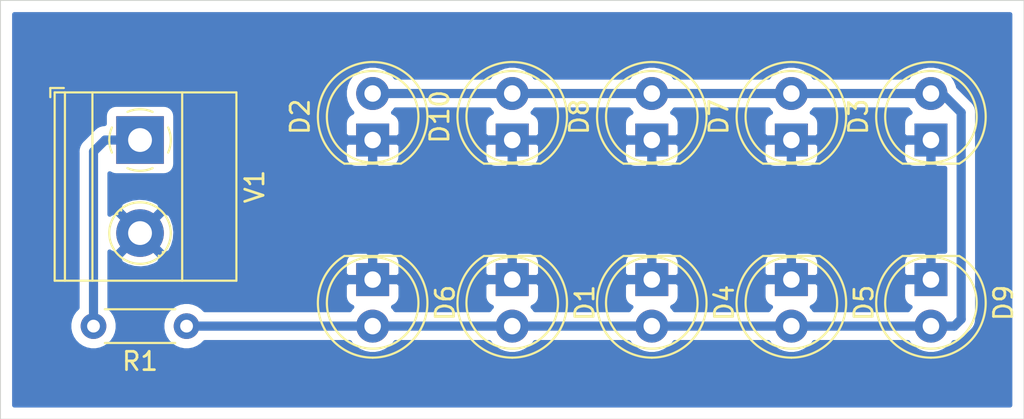
<source format=kicad_pcb>
(kicad_pcb (version 20171130) (host pcbnew 5.1.6-c6e7f7d~87~ubuntu20.04.1)

  (general
    (thickness 1.6)
    (drawings 9)
    (tracks 17)
    (zones 0)
    (modules 12)
    (nets 4)
  )

  (page A4)
  (layers
    (0 F.Cu signal)
    (31 B.Cu signal)
    (32 B.Adhes user)
    (33 F.Adhes user)
    (34 B.Paste user)
    (35 F.Paste user)
    (36 B.SilkS user)
    (37 F.SilkS user)
    (38 B.Mask user)
    (39 F.Mask user)
    (40 Dwgs.User user)
    (41 Cmts.User user)
    (42 Eco1.User user)
    (43 Eco2.User user)
    (44 Edge.Cuts user)
    (45 Margin user)
    (46 B.CrtYd user)
    (47 F.CrtYd user)
    (48 B.Fab user)
    (49 F.Fab user)
  )

  (setup
    (last_trace_width 0.5)
    (trace_clearance 0.5)
    (zone_clearance 0.508)
    (zone_45_only yes)
    (trace_min 0.2)
    (via_size 0.8)
    (via_drill 0.4)
    (via_min_size 0.4)
    (via_min_drill 0.3)
    (uvia_size 0.3)
    (uvia_drill 0.1)
    (uvias_allowed no)
    (uvia_min_size 0.2)
    (uvia_min_drill 0.1)
    (edge_width 0.05)
    (segment_width 0.2)
    (pcb_text_width 0.3)
    (pcb_text_size 1.5 1.5)
    (mod_edge_width 0.12)
    (mod_text_size 1 1)
    (mod_text_width 0.15)
    (pad_size 1.524 1.524)
    (pad_drill 0.762)
    (pad_to_mask_clearance 0.05)
    (aux_axis_origin 0 0)
    (visible_elements FFFFFF7F)
    (pcbplotparams
      (layerselection 0x010fc_ffffffff)
      (usegerberextensions false)
      (usegerberattributes true)
      (usegerberadvancedattributes true)
      (creategerberjobfile true)
      (excludeedgelayer true)
      (linewidth 0.100000)
      (plotframeref false)
      (viasonmask false)
      (mode 1)
      (useauxorigin false)
      (hpglpennumber 1)
      (hpglpenspeed 20)
      (hpglpendiameter 15.000000)
      (psnegative false)
      (psa4output false)
      (plotreference true)
      (plotvalue true)
      (plotinvisibletext false)
      (padsonsilk false)
      (subtractmaskfromsilk false)
      (outputformat 1)
      (mirror false)
      (drillshape 1)
      (scaleselection 1)
      (outputdirectory ""))
  )

  (net 0 "")
  (net 1 "Net-(D1-Pad1)")
  (net 2 "Net-(D1-Pad2)")
  (net 3 "Net-(R1-Pad2)")

  (net_class Default "This is the default net class."
    (clearance 0.5)
    (trace_width 0.5)
    (via_dia 0.8)
    (via_drill 0.4)
    (uvia_dia 0.3)
    (uvia_drill 0.1)
    (add_net "Net-(D1-Pad1)")
    (add_net "Net-(D1-Pad2)")
    (add_net "Net-(R1-Pad2)")
  )

  (module LED_THT:LED_D5.0mm (layer F.Cu) (tedit 5995936A) (tstamp 5F72618E)
    (at 134.62 66.04 270)
    (descr "LED, diameter 5.0mm, 2 pins, http://cdn-reichelt.de/documents/datenblatt/A500/LL-504BC2E-009.pdf")
    (tags "LED diameter 5.0mm 2 pins")
    (path /5F71DB1B)
    (fp_text reference D1 (at 1.27 -3.96 90) (layer F.SilkS)
      (effects (font (size 1 1) (thickness 0.15)))
    )
    (fp_text value LED_ALT (at 1.27 3.96 90) (layer F.Fab)
      (effects (font (size 1 1) (thickness 0.15)))
    )
    (fp_line (start 4.5 -3.25) (end -1.95 -3.25) (layer F.CrtYd) (width 0.05))
    (fp_line (start 4.5 3.25) (end 4.5 -3.25) (layer F.CrtYd) (width 0.05))
    (fp_line (start -1.95 3.25) (end 4.5 3.25) (layer F.CrtYd) (width 0.05))
    (fp_line (start -1.95 -3.25) (end -1.95 3.25) (layer F.CrtYd) (width 0.05))
    (fp_line (start -1.29 -1.545) (end -1.29 1.545) (layer F.SilkS) (width 0.12))
    (fp_line (start -1.23 -1.469694) (end -1.23 1.469694) (layer F.Fab) (width 0.1))
    (fp_circle (center 1.27 0) (end 3.77 0) (layer F.SilkS) (width 0.12))
    (fp_circle (center 1.27 0) (end 3.77 0) (layer F.Fab) (width 0.1))
    (fp_arc (start 1.27 0) (end -1.23 -1.469694) (angle 299.1) (layer F.Fab) (width 0.1))
    (fp_arc (start 1.27 0) (end -1.29 -1.54483) (angle 148.9) (layer F.SilkS) (width 0.12))
    (fp_arc (start 1.27 0) (end -1.29 1.54483) (angle -148.9) (layer F.SilkS) (width 0.12))
    (fp_text user %R (at 1.25 0 90) (layer F.Fab)
      (effects (font (size 0.8 0.8) (thickness 0.2)))
    )
    (pad 1 thru_hole rect (at 0 0 270) (size 1.8 1.8) (drill 0.9) (layers *.Cu *.Mask)
      (net 1 "Net-(D1-Pad1)"))
    (pad 2 thru_hole circle (at 2.54 0 270) (size 1.8 1.8) (drill 0.9) (layers *.Cu *.Mask)
      (net 2 "Net-(D1-Pad2)"))
    (model ${KISYS3DMOD}/LED_THT.3dshapes/LED_D5.0mm.wrl
      (at (xyz 0 0 0))
      (scale (xyz 1 1 1))
      (rotate (xyz 0 0 0))
    )
  )

  (module LED_THT:LED_D5.0mm (layer F.Cu) (tedit 5995936A) (tstamp 5F726A87)
    (at 127 58.42 90)
    (descr "LED, diameter 5.0mm, 2 pins, http://cdn-reichelt.de/documents/datenblatt/A500/LL-504BC2E-009.pdf")
    (tags "LED diameter 5.0mm 2 pins")
    (path /5F71FC78)
    (fp_text reference D2 (at 1.27 -3.96 90) (layer F.SilkS)
      (effects (font (size 1 1) (thickness 0.15)))
    )
    (fp_text value LED_ALT (at 1.27 3.96 90) (layer F.Fab)
      (effects (font (size 1 1) (thickness 0.15)))
    )
    (fp_text user %R (at 1.25 0 90) (layer F.Fab)
      (effects (font (size 0.8 0.8) (thickness 0.2)))
    )
    (fp_arc (start 1.27 0) (end -1.29 1.54483) (angle -148.9) (layer F.SilkS) (width 0.12))
    (fp_arc (start 1.27 0) (end -1.29 -1.54483) (angle 148.9) (layer F.SilkS) (width 0.12))
    (fp_arc (start 1.27 0) (end -1.23 -1.469694) (angle 299.1) (layer F.Fab) (width 0.1))
    (fp_circle (center 1.27 0) (end 3.77 0) (layer F.Fab) (width 0.1))
    (fp_circle (center 1.27 0) (end 3.77 0) (layer F.SilkS) (width 0.12))
    (fp_line (start -1.23 -1.469694) (end -1.23 1.469694) (layer F.Fab) (width 0.1))
    (fp_line (start -1.29 -1.545) (end -1.29 1.545) (layer F.SilkS) (width 0.12))
    (fp_line (start -1.95 -3.25) (end -1.95 3.25) (layer F.CrtYd) (width 0.05))
    (fp_line (start -1.95 3.25) (end 4.5 3.25) (layer F.CrtYd) (width 0.05))
    (fp_line (start 4.5 3.25) (end 4.5 -3.25) (layer F.CrtYd) (width 0.05))
    (fp_line (start 4.5 -3.25) (end -1.95 -3.25) (layer F.CrtYd) (width 0.05))
    (pad 2 thru_hole circle (at 2.54 0 90) (size 1.8 1.8) (drill 0.9) (layers *.Cu *.Mask)
      (net 2 "Net-(D1-Pad2)"))
    (pad 1 thru_hole rect (at 0 0 90) (size 1.8 1.8) (drill 0.9) (layers *.Cu *.Mask)
      (net 1 "Net-(D1-Pad1)"))
    (model ${KISYS3DMOD}/LED_THT.3dshapes/LED_D5.0mm.wrl
      (at (xyz 0 0 0))
      (scale (xyz 1 1 1))
      (rotate (xyz 0 0 0))
    )
  )

  (module LED_THT:LED_D5.0mm (layer F.Cu) (tedit 5995936A) (tstamp 5F726B21)
    (at 157.48 58.42 90)
    (descr "LED, diameter 5.0mm, 2 pins, http://cdn-reichelt.de/documents/datenblatt/A500/LL-504BC2E-009.pdf")
    (tags "LED diameter 5.0mm 2 pins")
    (path /5F72014C)
    (fp_text reference D3 (at 1.27 -3.96 90) (layer F.SilkS)
      (effects (font (size 1 1) (thickness 0.15)))
    )
    (fp_text value LED_ALT (at 1.27 3.96 90) (layer F.Fab)
      (effects (font (size 1 1) (thickness 0.15)))
    )
    (fp_line (start 4.5 -3.25) (end -1.95 -3.25) (layer F.CrtYd) (width 0.05))
    (fp_line (start 4.5 3.25) (end 4.5 -3.25) (layer F.CrtYd) (width 0.05))
    (fp_line (start -1.95 3.25) (end 4.5 3.25) (layer F.CrtYd) (width 0.05))
    (fp_line (start -1.95 -3.25) (end -1.95 3.25) (layer F.CrtYd) (width 0.05))
    (fp_line (start -1.29 -1.545) (end -1.29 1.545) (layer F.SilkS) (width 0.12))
    (fp_line (start -1.23 -1.469694) (end -1.23 1.469694) (layer F.Fab) (width 0.1))
    (fp_circle (center 1.27 0) (end 3.77 0) (layer F.SilkS) (width 0.12))
    (fp_circle (center 1.27 0) (end 3.77 0) (layer F.Fab) (width 0.1))
    (fp_arc (start 1.27 0) (end -1.23 -1.469694) (angle 299.1) (layer F.Fab) (width 0.1))
    (fp_arc (start 1.27 0) (end -1.29 -1.54483) (angle 148.9) (layer F.SilkS) (width 0.12))
    (fp_arc (start 1.27 0) (end -1.29 1.54483) (angle -148.9) (layer F.SilkS) (width 0.12))
    (fp_text user %R (at 1.25 0 90) (layer F.Fab)
      (effects (font (size 0.8 0.8) (thickness 0.2)))
    )
    (pad 1 thru_hole rect (at 0 0 90) (size 1.8 1.8) (drill 0.9) (layers *.Cu *.Mask)
      (net 1 "Net-(D1-Pad1)"))
    (pad 2 thru_hole circle (at 2.54 0 90) (size 1.8 1.8) (drill 0.9) (layers *.Cu *.Mask)
      (net 2 "Net-(D1-Pad2)"))
    (model ${KISYS3DMOD}/LED_THT.3dshapes/LED_D5.0mm.wrl
      (at (xyz 0 0 0))
      (scale (xyz 1 1 1))
      (rotate (xyz 0 0 0))
    )
  )

  (module LED_THT:LED_D5.0mm (layer F.Cu) (tedit 5995936A) (tstamp 5F7261C4)
    (at 142.24 66.04 270)
    (descr "LED, diameter 5.0mm, 2 pins, http://cdn-reichelt.de/documents/datenblatt/A500/LL-504BC2E-009.pdf")
    (tags "LED diameter 5.0mm 2 pins")
    (path /5F7204CB)
    (fp_text reference D4 (at 1.27 -3.96 90) (layer F.SilkS)
      (effects (font (size 1 1) (thickness 0.15)))
    )
    (fp_text value LED_ALT (at 1.27 3.96 90) (layer F.Fab)
      (effects (font (size 1 1) (thickness 0.15)))
    )
    (fp_text user %R (at 1.25 0 90) (layer F.Fab)
      (effects (font (size 0.8 0.8) (thickness 0.2)))
    )
    (fp_arc (start 1.27 0) (end -1.29 1.54483) (angle -148.9) (layer F.SilkS) (width 0.12))
    (fp_arc (start 1.27 0) (end -1.29 -1.54483) (angle 148.9) (layer F.SilkS) (width 0.12))
    (fp_arc (start 1.27 0) (end -1.23 -1.469694) (angle 299.1) (layer F.Fab) (width 0.1))
    (fp_circle (center 1.27 0) (end 3.77 0) (layer F.Fab) (width 0.1))
    (fp_circle (center 1.27 0) (end 3.77 0) (layer F.SilkS) (width 0.12))
    (fp_line (start -1.23 -1.469694) (end -1.23 1.469694) (layer F.Fab) (width 0.1))
    (fp_line (start -1.29 -1.545) (end -1.29 1.545) (layer F.SilkS) (width 0.12))
    (fp_line (start -1.95 -3.25) (end -1.95 3.25) (layer F.CrtYd) (width 0.05))
    (fp_line (start -1.95 3.25) (end 4.5 3.25) (layer F.CrtYd) (width 0.05))
    (fp_line (start 4.5 3.25) (end 4.5 -3.25) (layer F.CrtYd) (width 0.05))
    (fp_line (start 4.5 -3.25) (end -1.95 -3.25) (layer F.CrtYd) (width 0.05))
    (pad 2 thru_hole circle (at 2.54 0 270) (size 1.8 1.8) (drill 0.9) (layers *.Cu *.Mask)
      (net 2 "Net-(D1-Pad2)"))
    (pad 1 thru_hole rect (at 0 0 270) (size 1.8 1.8) (drill 0.9) (layers *.Cu *.Mask)
      (net 1 "Net-(D1-Pad1)"))
    (model ${KISYS3DMOD}/LED_THT.3dshapes/LED_D5.0mm.wrl
      (at (xyz 0 0 0))
      (scale (xyz 1 1 1))
      (rotate (xyz 0 0 0))
    )
  )

  (module LED_THT:LED_D5.0mm (layer F.Cu) (tedit 5995936A) (tstamp 5F7261D6)
    (at 149.86 66.04 270)
    (descr "LED, diameter 5.0mm, 2 pins, http://cdn-reichelt.de/documents/datenblatt/A500/LL-504BC2E-009.pdf")
    (tags "LED diameter 5.0mm 2 pins")
    (path /5F7213BE)
    (fp_text reference D5 (at 1.27 -3.96 90) (layer F.SilkS)
      (effects (font (size 1 1) (thickness 0.15)))
    )
    (fp_text value LED_ALT (at 1.27 3.96 90) (layer F.Fab)
      (effects (font (size 1 1) (thickness 0.15)))
    )
    (fp_line (start 4.5 -3.25) (end -1.95 -3.25) (layer F.CrtYd) (width 0.05))
    (fp_line (start 4.5 3.25) (end 4.5 -3.25) (layer F.CrtYd) (width 0.05))
    (fp_line (start -1.95 3.25) (end 4.5 3.25) (layer F.CrtYd) (width 0.05))
    (fp_line (start -1.95 -3.25) (end -1.95 3.25) (layer F.CrtYd) (width 0.05))
    (fp_line (start -1.29 -1.545) (end -1.29 1.545) (layer F.SilkS) (width 0.12))
    (fp_line (start -1.23 -1.469694) (end -1.23 1.469694) (layer F.Fab) (width 0.1))
    (fp_circle (center 1.27 0) (end 3.77 0) (layer F.SilkS) (width 0.12))
    (fp_circle (center 1.27 0) (end 3.77 0) (layer F.Fab) (width 0.1))
    (fp_arc (start 1.27 0) (end -1.23 -1.469694) (angle 299.1) (layer F.Fab) (width 0.1))
    (fp_arc (start 1.27 0) (end -1.29 -1.54483) (angle 148.9) (layer F.SilkS) (width 0.12))
    (fp_arc (start 1.27 0) (end -1.29 1.54483) (angle -148.9) (layer F.SilkS) (width 0.12))
    (fp_text user %R (at 1.25 0 90) (layer F.Fab)
      (effects (font (size 0.8 0.8) (thickness 0.2)))
    )
    (pad 1 thru_hole rect (at 0 0 270) (size 1.8 1.8) (drill 0.9) (layers *.Cu *.Mask)
      (net 1 "Net-(D1-Pad1)"))
    (pad 2 thru_hole circle (at 2.54 0 270) (size 1.8 1.8) (drill 0.9) (layers *.Cu *.Mask)
      (net 2 "Net-(D1-Pad2)"))
    (model ${KISYS3DMOD}/LED_THT.3dshapes/LED_D5.0mm.wrl
      (at (xyz 0 0 0))
      (scale (xyz 1 1 1))
      (rotate (xyz 0 0 0))
    )
  )

  (module LED_THT:LED_D5.0mm (layer F.Cu) (tedit 5995936A) (tstamp 5F7261E8)
    (at 127 66.04 270)
    (descr "LED, diameter 5.0mm, 2 pins, http://cdn-reichelt.de/documents/datenblatt/A500/LL-504BC2E-009.pdf")
    (tags "LED diameter 5.0mm 2 pins")
    (path /5F7245A9)
    (fp_text reference D6 (at 1.27 -3.96 90) (layer F.SilkS)
      (effects (font (size 1 1) (thickness 0.15)))
    )
    (fp_text value LED_ALT (at 1.27 3.96 90) (layer F.Fab)
      (effects (font (size 1 1) (thickness 0.15)))
    )
    (fp_text user %R (at 1.25 0 90) (layer F.Fab)
      (effects (font (size 0.8 0.8) (thickness 0.2)))
    )
    (fp_arc (start 1.27 0) (end -1.29 1.54483) (angle -148.9) (layer F.SilkS) (width 0.12))
    (fp_arc (start 1.27 0) (end -1.29 -1.54483) (angle 148.9) (layer F.SilkS) (width 0.12))
    (fp_arc (start 1.27 0) (end -1.23 -1.469694) (angle 299.1) (layer F.Fab) (width 0.1))
    (fp_circle (center 1.27 0) (end 3.77 0) (layer F.Fab) (width 0.1))
    (fp_circle (center 1.27 0) (end 3.77 0) (layer F.SilkS) (width 0.12))
    (fp_line (start -1.23 -1.469694) (end -1.23 1.469694) (layer F.Fab) (width 0.1))
    (fp_line (start -1.29 -1.545) (end -1.29 1.545) (layer F.SilkS) (width 0.12))
    (fp_line (start -1.95 -3.25) (end -1.95 3.25) (layer F.CrtYd) (width 0.05))
    (fp_line (start -1.95 3.25) (end 4.5 3.25) (layer F.CrtYd) (width 0.05))
    (fp_line (start 4.5 3.25) (end 4.5 -3.25) (layer F.CrtYd) (width 0.05))
    (fp_line (start 4.5 -3.25) (end -1.95 -3.25) (layer F.CrtYd) (width 0.05))
    (pad 2 thru_hole circle (at 2.54 0 270) (size 1.8 1.8) (drill 0.9) (layers *.Cu *.Mask)
      (net 2 "Net-(D1-Pad2)"))
    (pad 1 thru_hole rect (at 0 0 270) (size 1.8 1.8) (drill 0.9) (layers *.Cu *.Mask)
      (net 1 "Net-(D1-Pad1)"))
    (model ${KISYS3DMOD}/LED_THT.3dshapes/LED_D5.0mm.wrl
      (at (xyz 0 0 0))
      (scale (xyz 1 1 1))
      (rotate (xyz 0 0 0))
    )
  )

  (module LED_THT:LED_D5.0mm (layer F.Cu) (tedit 5995936A) (tstamp 5F726ABA)
    (at 149.86 58.42 90)
    (descr "LED, diameter 5.0mm, 2 pins, http://cdn-reichelt.de/documents/datenblatt/A500/LL-504BC2E-009.pdf")
    (tags "LED diameter 5.0mm 2 pins")
    (path /5F7245B1)
    (fp_text reference D7 (at 1.27 -3.96 90) (layer F.SilkS)
      (effects (font (size 1 1) (thickness 0.15)))
    )
    (fp_text value LED_ALT (at 1.27 3.96 90) (layer F.Fab)
      (effects (font (size 1 1) (thickness 0.15)))
    )
    (fp_line (start 4.5 -3.25) (end -1.95 -3.25) (layer F.CrtYd) (width 0.05))
    (fp_line (start 4.5 3.25) (end 4.5 -3.25) (layer F.CrtYd) (width 0.05))
    (fp_line (start -1.95 3.25) (end 4.5 3.25) (layer F.CrtYd) (width 0.05))
    (fp_line (start -1.95 -3.25) (end -1.95 3.25) (layer F.CrtYd) (width 0.05))
    (fp_line (start -1.29 -1.545) (end -1.29 1.545) (layer F.SilkS) (width 0.12))
    (fp_line (start -1.23 -1.469694) (end -1.23 1.469694) (layer F.Fab) (width 0.1))
    (fp_circle (center 1.27 0) (end 3.77 0) (layer F.SilkS) (width 0.12))
    (fp_circle (center 1.27 0) (end 3.77 0) (layer F.Fab) (width 0.1))
    (fp_arc (start 1.27 0) (end -1.23 -1.469694) (angle 299.1) (layer F.Fab) (width 0.1))
    (fp_arc (start 1.27 0) (end -1.29 -1.54483) (angle 148.9) (layer F.SilkS) (width 0.12))
    (fp_arc (start 1.27 0) (end -1.29 1.54483) (angle -148.9) (layer F.SilkS) (width 0.12))
    (fp_text user %R (at 1.25 0 90) (layer F.Fab)
      (effects (font (size 0.8 0.8) (thickness 0.2)))
    )
    (pad 1 thru_hole rect (at 0 0 90) (size 1.8 1.8) (drill 0.9) (layers *.Cu *.Mask)
      (net 1 "Net-(D1-Pad1)"))
    (pad 2 thru_hole circle (at 2.54 0 90) (size 1.8 1.8) (drill 0.9) (layers *.Cu *.Mask)
      (net 2 "Net-(D1-Pad2)"))
    (model ${KISYS3DMOD}/LED_THT.3dshapes/LED_D5.0mm.wrl
      (at (xyz 0 0 0))
      (scale (xyz 1 1 1))
      (rotate (xyz 0 0 0))
    )
  )

  (module LED_THT:LED_D5.0mm (layer F.Cu) (tedit 5995936A) (tstamp 5F726A21)
    (at 142.24 58.42 90)
    (descr "LED, diameter 5.0mm, 2 pins, http://cdn-reichelt.de/documents/datenblatt/A500/LL-504BC2E-009.pdf")
    (tags "LED diameter 5.0mm 2 pins")
    (path /5F7245B9)
    (fp_text reference D8 (at 1.27 -3.96 90) (layer F.SilkS)
      (effects (font (size 1 1) (thickness 0.15)))
    )
    (fp_text value LED_ALT (at 1.27 3.96 90) (layer F.Fab)
      (effects (font (size 1 1) (thickness 0.15)))
    )
    (fp_text user %R (at 1.25 0 90) (layer F.Fab)
      (effects (font (size 0.8 0.8) (thickness 0.2)))
    )
    (fp_arc (start 1.27 0) (end -1.29 1.54483) (angle -148.9) (layer F.SilkS) (width 0.12))
    (fp_arc (start 1.27 0) (end -1.29 -1.54483) (angle 148.9) (layer F.SilkS) (width 0.12))
    (fp_arc (start 1.27 0) (end -1.23 -1.469694) (angle 299.1) (layer F.Fab) (width 0.1))
    (fp_circle (center 1.27 0) (end 3.77 0) (layer F.Fab) (width 0.1))
    (fp_circle (center 1.27 0) (end 3.77 0) (layer F.SilkS) (width 0.12))
    (fp_line (start -1.23 -1.469694) (end -1.23 1.469694) (layer F.Fab) (width 0.1))
    (fp_line (start -1.29 -1.545) (end -1.29 1.545) (layer F.SilkS) (width 0.12))
    (fp_line (start -1.95 -3.25) (end -1.95 3.25) (layer F.CrtYd) (width 0.05))
    (fp_line (start -1.95 3.25) (end 4.5 3.25) (layer F.CrtYd) (width 0.05))
    (fp_line (start 4.5 3.25) (end 4.5 -3.25) (layer F.CrtYd) (width 0.05))
    (fp_line (start 4.5 -3.25) (end -1.95 -3.25) (layer F.CrtYd) (width 0.05))
    (pad 2 thru_hole circle (at 2.54 0 90) (size 1.8 1.8) (drill 0.9) (layers *.Cu *.Mask)
      (net 2 "Net-(D1-Pad2)"))
    (pad 1 thru_hole rect (at 0 0 90) (size 1.8 1.8) (drill 0.9) (layers *.Cu *.Mask)
      (net 1 "Net-(D1-Pad1)"))
    (model ${KISYS3DMOD}/LED_THT.3dshapes/LED_D5.0mm.wrl
      (at (xyz 0 0 0))
      (scale (xyz 1 1 1))
      (rotate (xyz 0 0 0))
    )
  )

  (module LED_THT:LED_D5.0mm (layer F.Cu) (tedit 5995936A) (tstamp 5F72621E)
    (at 157.48 66.04 270)
    (descr "LED, diameter 5.0mm, 2 pins, http://cdn-reichelt.de/documents/datenblatt/A500/LL-504BC2E-009.pdf")
    (tags "LED diameter 5.0mm 2 pins")
    (path /5F7245C1)
    (fp_text reference D9 (at 1.27 -3.96 90) (layer F.SilkS)
      (effects (font (size 1 1) (thickness 0.15)))
    )
    (fp_text value LED_ALT (at 1.27 3.96 90) (layer F.Fab)
      (effects (font (size 1 1) (thickness 0.15)))
    )
    (fp_line (start 4.5 -3.25) (end -1.95 -3.25) (layer F.CrtYd) (width 0.05))
    (fp_line (start 4.5 3.25) (end 4.5 -3.25) (layer F.CrtYd) (width 0.05))
    (fp_line (start -1.95 3.25) (end 4.5 3.25) (layer F.CrtYd) (width 0.05))
    (fp_line (start -1.95 -3.25) (end -1.95 3.25) (layer F.CrtYd) (width 0.05))
    (fp_line (start -1.29 -1.545) (end -1.29 1.545) (layer F.SilkS) (width 0.12))
    (fp_line (start -1.23 -1.469694) (end -1.23 1.469694) (layer F.Fab) (width 0.1))
    (fp_circle (center 1.27 0) (end 3.77 0) (layer F.SilkS) (width 0.12))
    (fp_circle (center 1.27 0) (end 3.77 0) (layer F.Fab) (width 0.1))
    (fp_arc (start 1.27 0) (end -1.23 -1.469694) (angle 299.1) (layer F.Fab) (width 0.1))
    (fp_arc (start 1.27 0) (end -1.29 -1.54483) (angle 148.9) (layer F.SilkS) (width 0.12))
    (fp_arc (start 1.27 0) (end -1.29 1.54483) (angle -148.9) (layer F.SilkS) (width 0.12))
    (fp_text user %R (at 1.25 0 90) (layer F.Fab)
      (effects (font (size 0.8 0.8) (thickness 0.2)))
    )
    (pad 1 thru_hole rect (at 0 0 270) (size 1.8 1.8) (drill 0.9) (layers *.Cu *.Mask)
      (net 1 "Net-(D1-Pad1)"))
    (pad 2 thru_hole circle (at 2.54 0 270) (size 1.8 1.8) (drill 0.9) (layers *.Cu *.Mask)
      (net 2 "Net-(D1-Pad2)"))
    (model ${KISYS3DMOD}/LED_THT.3dshapes/LED_D5.0mm.wrl
      (at (xyz 0 0 0))
      (scale (xyz 1 1 1))
      (rotate (xyz 0 0 0))
    )
  )

  (module LED_THT:LED_D5.0mm (layer F.Cu) (tedit 5995936A) (tstamp 5F726A54)
    (at 134.62 58.42 90)
    (descr "LED, diameter 5.0mm, 2 pins, http://cdn-reichelt.de/documents/datenblatt/A500/LL-504BC2E-009.pdf")
    (tags "LED diameter 5.0mm 2 pins")
    (path /5F7245C9)
    (fp_text reference D10 (at 1.27 -3.96 90) (layer F.SilkS)
      (effects (font (size 1 1) (thickness 0.15)))
    )
    (fp_text value LED_ALT (at 1.27 3.96 90) (layer F.Fab)
      (effects (font (size 1 1) (thickness 0.15)))
    )
    (fp_text user %R (at 1.25 0 90) (layer F.Fab)
      (effects (font (size 0.8 0.8) (thickness 0.2)))
    )
    (fp_arc (start 1.27 0) (end -1.29 1.54483) (angle -148.9) (layer F.SilkS) (width 0.12))
    (fp_arc (start 1.27 0) (end -1.29 -1.54483) (angle 148.9) (layer F.SilkS) (width 0.12))
    (fp_arc (start 1.27 0) (end -1.23 -1.469694) (angle 299.1) (layer F.Fab) (width 0.1))
    (fp_circle (center 1.27 0) (end 3.77 0) (layer F.Fab) (width 0.1))
    (fp_circle (center 1.27 0) (end 3.77 0) (layer F.SilkS) (width 0.12))
    (fp_line (start -1.23 -1.469694) (end -1.23 1.469694) (layer F.Fab) (width 0.1))
    (fp_line (start -1.29 -1.545) (end -1.29 1.545) (layer F.SilkS) (width 0.12))
    (fp_line (start -1.95 -3.25) (end -1.95 3.25) (layer F.CrtYd) (width 0.05))
    (fp_line (start -1.95 3.25) (end 4.5 3.25) (layer F.CrtYd) (width 0.05))
    (fp_line (start 4.5 3.25) (end 4.5 -3.25) (layer F.CrtYd) (width 0.05))
    (fp_line (start 4.5 -3.25) (end -1.95 -3.25) (layer F.CrtYd) (width 0.05))
    (pad 2 thru_hole circle (at 2.54 0 90) (size 1.8 1.8) (drill 0.9) (layers *.Cu *.Mask)
      (net 2 "Net-(D1-Pad2)"))
    (pad 1 thru_hole rect (at 0 0 90) (size 1.8 1.8) (drill 0.9) (layers *.Cu *.Mask)
      (net 1 "Net-(D1-Pad1)"))
    (model ${KISYS3DMOD}/LED_THT.3dshapes/LED_D5.0mm.wrl
      (at (xyz 0 0 0))
      (scale (xyz 1 1 1))
      (rotate (xyz 0 0 0))
    )
  )

  (module Resistor_THT:R_Axial_DIN0204_L3.6mm_D1.6mm_P5.08mm_Horizontal (layer F.Cu) (tedit 5AE5139B) (tstamp 5F728E93)
    (at 116.84 68.58 180)
    (descr "Resistor, Axial_DIN0204 series, Axial, Horizontal, pin pitch=5.08mm, 0.167W, length*diameter=3.6*1.6mm^2, http://cdn-reichelt.de/documents/datenblatt/B400/1_4W%23YAG.pdf")
    (tags "Resistor Axial_DIN0204 series Axial Horizontal pin pitch 5.08mm 0.167W length 3.6mm diameter 1.6mm")
    (path /5F71D51B)
    (fp_text reference R1 (at 2.54 -1.92) (layer F.SilkS)
      (effects (font (size 1 1) (thickness 0.15)))
    )
    (fp_text value 100R/1W (at 2.54 1.92) (layer F.Fab)
      (effects (font (size 1 1) (thickness 0.15)))
    )
    (fp_line (start 6.03 -1.05) (end -0.95 -1.05) (layer F.CrtYd) (width 0.05))
    (fp_line (start 6.03 1.05) (end 6.03 -1.05) (layer F.CrtYd) (width 0.05))
    (fp_line (start -0.95 1.05) (end 6.03 1.05) (layer F.CrtYd) (width 0.05))
    (fp_line (start -0.95 -1.05) (end -0.95 1.05) (layer F.CrtYd) (width 0.05))
    (fp_line (start 0.62 0.92) (end 4.46 0.92) (layer F.SilkS) (width 0.12))
    (fp_line (start 0.62 -0.92) (end 4.46 -0.92) (layer F.SilkS) (width 0.12))
    (fp_line (start 5.08 0) (end 4.34 0) (layer F.Fab) (width 0.1))
    (fp_line (start 0 0) (end 0.74 0) (layer F.Fab) (width 0.1))
    (fp_line (start 4.34 -0.8) (end 0.74 -0.8) (layer F.Fab) (width 0.1))
    (fp_line (start 4.34 0.8) (end 4.34 -0.8) (layer F.Fab) (width 0.1))
    (fp_line (start 0.74 0.8) (end 4.34 0.8) (layer F.Fab) (width 0.1))
    (fp_line (start 0.74 -0.8) (end 0.74 0.8) (layer F.Fab) (width 0.1))
    (fp_text user %R (at 2.54 0) (layer F.Fab)
      (effects (font (size 0.72 0.72) (thickness 0.108)))
    )
    (pad 1 thru_hole circle (at 0 0 180) (size 1.4 1.4) (drill 0.7) (layers *.Cu *.Mask)
      (net 2 "Net-(D1-Pad2)"))
    (pad 2 thru_hole oval (at 5.08 0 180) (size 1.4 1.4) (drill 0.7) (layers *.Cu *.Mask)
      (net 3 "Net-(R1-Pad2)"))
    (model ${KISYS3DMOD}/Resistor_THT.3dshapes/R_Axial_DIN0204_L3.6mm_D1.6mm_P5.08mm_Horizontal.wrl
      (at (xyz 0 0 0))
      (scale (xyz 1 1 1))
      (rotate (xyz 0 0 0))
    )
  )

  (module TerminalBlock_Phoenix:TerminalBlock_Phoenix_MKDS-1,5-2-5.08_1x02_P5.08mm_Horizontal (layer F.Cu) (tedit 5B294EBC) (tstamp 5F72626F)
    (at 114.3 58.42 270)
    (descr "Terminal Block Phoenix MKDS-1,5-2-5.08, 2 pins, pitch 5.08mm, size 10.2x9.8mm^2, drill diamater 1.3mm, pad diameter 2.6mm, see http://www.farnell.com/datasheets/100425.pdf, script-generated using https://github.com/pointhi/kicad-footprint-generator/scripts/TerminalBlock_Phoenix")
    (tags "THT Terminal Block Phoenix MKDS-1,5-2-5.08 pitch 5.08mm size 10.2x9.8mm^2 drill 1.3mm pad 2.6mm")
    (path /5F71D085)
    (fp_text reference V1 (at 2.54 -6.26 90) (layer F.SilkS)
      (effects (font (size 1 1) (thickness 0.15)))
    )
    (fp_text value 12V (at 2.54 5.66 90) (layer F.Fab)
      (effects (font (size 1 1) (thickness 0.15)))
    )
    (fp_line (start 8.13 -5.71) (end -3.04 -5.71) (layer F.CrtYd) (width 0.05))
    (fp_line (start 8.13 5.1) (end 8.13 -5.71) (layer F.CrtYd) (width 0.05))
    (fp_line (start -3.04 5.1) (end 8.13 5.1) (layer F.CrtYd) (width 0.05))
    (fp_line (start -3.04 -5.71) (end -3.04 5.1) (layer F.CrtYd) (width 0.05))
    (fp_line (start -2.84 4.9) (end -2.34 4.9) (layer F.SilkS) (width 0.12))
    (fp_line (start -2.84 4.16) (end -2.84 4.9) (layer F.SilkS) (width 0.12))
    (fp_line (start 3.853 1.023) (end 3.806 1.069) (layer F.SilkS) (width 0.12))
    (fp_line (start 6.15 -1.275) (end 6.115 -1.239) (layer F.SilkS) (width 0.12))
    (fp_line (start 4.046 1.239) (end 4.011 1.274) (layer F.SilkS) (width 0.12))
    (fp_line (start 6.355 -1.069) (end 6.308 -1.023) (layer F.SilkS) (width 0.12))
    (fp_line (start 6.035 -1.138) (end 3.943 0.955) (layer F.Fab) (width 0.1))
    (fp_line (start 6.218 -0.955) (end 4.126 1.138) (layer F.Fab) (width 0.1))
    (fp_line (start 0.955 -1.138) (end -1.138 0.955) (layer F.Fab) (width 0.1))
    (fp_line (start 1.138 -0.955) (end -0.955 1.138) (layer F.Fab) (width 0.1))
    (fp_line (start 7.68 -5.261) (end 7.68 4.66) (layer F.SilkS) (width 0.12))
    (fp_line (start -2.6 -5.261) (end -2.6 4.66) (layer F.SilkS) (width 0.12))
    (fp_line (start -2.6 4.66) (end 7.68 4.66) (layer F.SilkS) (width 0.12))
    (fp_line (start -2.6 -5.261) (end 7.68 -5.261) (layer F.SilkS) (width 0.12))
    (fp_line (start -2.6 -2.301) (end 7.68 -2.301) (layer F.SilkS) (width 0.12))
    (fp_line (start -2.54 -2.3) (end 7.62 -2.3) (layer F.Fab) (width 0.1))
    (fp_line (start -2.6 2.6) (end 7.68 2.6) (layer F.SilkS) (width 0.12))
    (fp_line (start -2.54 2.6) (end 7.62 2.6) (layer F.Fab) (width 0.1))
    (fp_line (start -2.6 4.1) (end 7.68 4.1) (layer F.SilkS) (width 0.12))
    (fp_line (start -2.54 4.1) (end 7.62 4.1) (layer F.Fab) (width 0.1))
    (fp_line (start -2.54 4.1) (end -2.54 -5.2) (layer F.Fab) (width 0.1))
    (fp_line (start -2.04 4.6) (end -2.54 4.1) (layer F.Fab) (width 0.1))
    (fp_line (start 7.62 4.6) (end -2.04 4.6) (layer F.Fab) (width 0.1))
    (fp_line (start 7.62 -5.2) (end 7.62 4.6) (layer F.Fab) (width 0.1))
    (fp_line (start -2.54 -5.2) (end 7.62 -5.2) (layer F.Fab) (width 0.1))
    (fp_circle (center 5.08 0) (end 6.76 0) (layer F.SilkS) (width 0.12))
    (fp_circle (center 5.08 0) (end 6.58 0) (layer F.Fab) (width 0.1))
    (fp_circle (center 0 0) (end 1.5 0) (layer F.Fab) (width 0.1))
    (fp_arc (start 0 0) (end 0 1.68) (angle -24) (layer F.SilkS) (width 0.12))
    (fp_arc (start 0 0) (end 1.535 0.684) (angle -48) (layer F.SilkS) (width 0.12))
    (fp_arc (start 0 0) (end 0.684 -1.535) (angle -48) (layer F.SilkS) (width 0.12))
    (fp_arc (start 0 0) (end -1.535 -0.684) (angle -48) (layer F.SilkS) (width 0.12))
    (fp_arc (start 0 0) (end -0.684 1.535) (angle -25) (layer F.SilkS) (width 0.12))
    (fp_text user %R (at 2.54 3.2 90) (layer F.Fab)
      (effects (font (size 1 1) (thickness 0.15)))
    )
    (pad 1 thru_hole rect (at 0 0 270) (size 2.6 2.6) (drill 1.3) (layers *.Cu *.Mask)
      (net 3 "Net-(R1-Pad2)"))
    (pad 2 thru_hole circle (at 5.08 0 270) (size 2.6 2.6) (drill 1.3) (layers *.Cu *.Mask)
      (net 1 "Net-(D1-Pad1)"))
    (model ${KISYS3DMOD}/TerminalBlock_Phoenix.3dshapes/TerminalBlock_Phoenix_MKDS-1,5-2-5.08_1x02_P5.08mm_Horizontal.wrl
      (at (xyz 0 0 0))
      (scale (xyz 1 1 1))
      (rotate (xyz 0 0 0))
    )
  )

  (gr_line (start 161.925 51.435) (end 107.315 51.435) (layer Margin) (width 0.15) (tstamp 5F728ED3))
  (gr_line (start 161.925 52.07) (end 161.925 51.435) (layer Margin) (width 0.15))
  (gr_line (start 161.925 73.025) (end 161.925 52.07) (layer Margin) (width 0.15))
  (gr_line (start 107.315 73.025) (end 161.925 73.025) (layer Margin) (width 0.15))
  (gr_line (start 107.315 51.435) (end 107.315 73.025) (layer Margin) (width 0.15))
  (gr_line (start 162.56 50.8) (end 106.68 50.8) (layer Edge.Cuts) (width 0.05) (tstamp 5F726525))
  (gr_line (start 162.56 73.66) (end 162.56 50.8) (layer Edge.Cuts) (width 0.05))
  (gr_line (start 106.68 73.66) (end 162.56 73.66) (layer Edge.Cuts) (width 0.05))
  (gr_line (start 106.68 50.8) (end 106.68 73.66) (layer Edge.Cuts) (width 0.05))

  (segment (start 116.84 68.58) (end 127 68.58) (width 0.5) (layer B.Cu) (net 2))
  (segment (start 127 68.58) (end 134.62 68.58) (width 0.5) (layer B.Cu) (net 2))
  (segment (start 134.62 68.58) (end 142.24 68.58) (width 0.5) (layer B.Cu) (net 2))
  (segment (start 142.24 68.58) (end 149.86 68.58) (width 0.5) (layer B.Cu) (net 2))
  (segment (start 149.86 68.58) (end 157.48 68.58) (width 0.5) (layer B.Cu) (net 2))
  (segment (start 158.090002 55.88) (end 157.48 55.88) (width 0.5) (layer B.Cu) (net 2))
  (segment (start 159.130001 56.919999) (end 158.090002 55.88) (width 0.5) (layer B.Cu) (net 2))
  (segment (start 159.130001 68.202791) (end 159.130001 56.919999) (width 0.5) (layer B.Cu) (net 2))
  (segment (start 158.752792 68.58) (end 159.130001 68.202791) (width 0.5) (layer B.Cu) (net 2))
  (segment (start 157.48 68.58) (end 158.752792 68.58) (width 0.5) (layer B.Cu) (net 2))
  (segment (start 157.48 55.88) (end 149.86 55.88) (width 0.5) (layer B.Cu) (net 2))
  (segment (start 149.86 55.88) (end 142.24 55.88) (width 0.5) (layer B.Cu) (net 2))
  (segment (start 142.24 55.88) (end 134.62 55.88) (width 0.5) (layer B.Cu) (net 2))
  (segment (start 134.62 55.88) (end 127 55.88) (width 0.5) (layer B.Cu) (net 2))
  (segment (start 114.3 58.42) (end 112.395 58.42) (width 0.5) (layer B.Cu) (net 3))
  (segment (start 112.395 58.42) (end 111.76 59.055) (width 0.5) (layer B.Cu) (net 3))
  (segment (start 111.76 59.055) (end 111.76 68.58) (width 0.5) (layer B.Cu) (net 3))

  (zone (net 1) (net_name "Net-(D1-Pad1)") (layer B.Cu) (tstamp 0) (hatch edge 0.508)
    (connect_pads (clearance 0.508))
    (min_thickness 0.254)
    (fill yes (arc_segments 32) (thermal_gap 0.508) (thermal_bridge_width 0.508))
    (polygon
      (pts
        (xy 161.925 73.025) (xy 107.315 73.025) (xy 107.315 51.435) (xy 161.925 51.435)
      )
    )
    (filled_polygon
      (pts
        (xy 161.798 72.898) (xy 107.442 72.898) (xy 107.442 68.448514) (xy 110.425 68.448514) (xy 110.425 68.711486)
        (xy 110.476304 68.969405) (xy 110.576939 69.212359) (xy 110.723038 69.431013) (xy 110.908987 69.616962) (xy 111.127641 69.763061)
        (xy 111.370595 69.863696) (xy 111.628514 69.915) (xy 111.891486 69.915) (xy 112.149405 69.863696) (xy 112.392359 69.763061)
        (xy 112.611013 69.616962) (xy 112.796962 69.431013) (xy 112.943061 69.212359) (xy 113.043696 68.969405) (xy 113.095 68.711486)
        (xy 113.095 68.448514) (xy 115.505 68.448514) (xy 115.505 68.711486) (xy 115.556304 68.969405) (xy 115.656939 69.212359)
        (xy 115.803038 69.431013) (xy 115.988987 69.616962) (xy 116.207641 69.763061) (xy 116.450595 69.863696) (xy 116.708514 69.915)
        (xy 116.971486 69.915) (xy 117.229405 69.863696) (xy 117.472359 69.763061) (xy 117.691013 69.616962) (xy 117.842975 69.465)
        (xy 125.74521 69.465) (xy 125.807688 69.558505) (xy 126.021495 69.772312) (xy 126.272905 69.940299) (xy 126.552257 70.056011)
        (xy 126.848816 70.115) (xy 127.151184 70.115) (xy 127.447743 70.056011) (xy 127.727095 69.940299) (xy 127.978505 69.772312)
        (xy 128.192312 69.558505) (xy 128.25479 69.465) (xy 133.36521 69.465) (xy 133.427688 69.558505) (xy 133.641495 69.772312)
        (xy 133.892905 69.940299) (xy 134.172257 70.056011) (xy 134.468816 70.115) (xy 134.771184 70.115) (xy 135.067743 70.056011)
        (xy 135.347095 69.940299) (xy 135.598505 69.772312) (xy 135.812312 69.558505) (xy 135.87479 69.465) (xy 140.98521 69.465)
        (xy 141.047688 69.558505) (xy 141.261495 69.772312) (xy 141.512905 69.940299) (xy 141.792257 70.056011) (xy 142.088816 70.115)
        (xy 142.391184 70.115) (xy 142.687743 70.056011) (xy 142.967095 69.940299) (xy 143.218505 69.772312) (xy 143.432312 69.558505)
        (xy 143.49479 69.465) (xy 148.60521 69.465) (xy 148.667688 69.558505) (xy 148.881495 69.772312) (xy 149.132905 69.940299)
        (xy 149.412257 70.056011) (xy 149.708816 70.115) (xy 150.011184 70.115) (xy 150.307743 70.056011) (xy 150.587095 69.940299)
        (xy 150.838505 69.772312) (xy 151.052312 69.558505) (xy 151.11479 69.465) (xy 156.22521 69.465) (xy 156.287688 69.558505)
        (xy 156.501495 69.772312) (xy 156.752905 69.940299) (xy 157.032257 70.056011) (xy 157.328816 70.115) (xy 157.631184 70.115)
        (xy 157.927743 70.056011) (xy 158.207095 69.940299) (xy 158.458505 69.772312) (xy 158.672312 69.558505) (xy 158.733218 69.467353)
        (xy 158.752792 69.469281) (xy 158.796261 69.465) (xy 158.796269 69.465) (xy 158.926282 69.452195) (xy 159.093105 69.401589)
        (xy 159.246851 69.319411) (xy 159.381609 69.208817) (xy 159.409326 69.175044) (xy 159.725046 68.859324) (xy 159.758818 68.831608)
        (xy 159.869412 68.69685) (xy 159.95159 68.543104) (xy 160.002196 68.376281) (xy 160.015001 68.246268) (xy 160.015001 68.246258)
        (xy 160.019282 68.202792) (xy 160.015001 68.159325) (xy 160.015001 56.963468) (xy 160.019282 56.919999) (xy 160.015001 56.87653)
        (xy 160.015001 56.876522) (xy 160.002196 56.746509) (xy 159.95159 56.579685) (xy 159.869412 56.42594) (xy 159.786533 56.324952)
        (xy 159.786531 56.32495) (xy 159.758818 56.291182) (xy 159.72505 56.263469) (xy 158.971449 55.509869) (xy 158.956011 55.432257)
        (xy 158.840299 55.152905) (xy 158.672312 54.901495) (xy 158.458505 54.687688) (xy 158.207095 54.519701) (xy 157.927743 54.403989)
        (xy 157.631184 54.345) (xy 157.328816 54.345) (xy 157.032257 54.403989) (xy 156.752905 54.519701) (xy 156.501495 54.687688)
        (xy 156.287688 54.901495) (xy 156.22521 54.995) (xy 151.11479 54.995) (xy 151.052312 54.901495) (xy 150.838505 54.687688)
        (xy 150.587095 54.519701) (xy 150.307743 54.403989) (xy 150.011184 54.345) (xy 149.708816 54.345) (xy 149.412257 54.403989)
        (xy 149.132905 54.519701) (xy 148.881495 54.687688) (xy 148.667688 54.901495) (xy 148.60521 54.995) (xy 143.49479 54.995)
        (xy 143.432312 54.901495) (xy 143.218505 54.687688) (xy 142.967095 54.519701) (xy 142.687743 54.403989) (xy 142.391184 54.345)
        (xy 142.088816 54.345) (xy 141.792257 54.403989) (xy 141.512905 54.519701) (xy 141.261495 54.687688) (xy 141.047688 54.901495)
        (xy 140.98521 54.995) (xy 135.87479 54.995) (xy 135.812312 54.901495) (xy 135.598505 54.687688) (xy 135.347095 54.519701)
        (xy 135.067743 54.403989) (xy 134.771184 54.345) (xy 134.468816 54.345) (xy 134.172257 54.403989) (xy 133.892905 54.519701)
        (xy 133.641495 54.687688) (xy 133.427688 54.901495) (xy 133.36521 54.995) (xy 128.25479 54.995) (xy 128.192312 54.901495)
        (xy 127.978505 54.687688) (xy 127.727095 54.519701) (xy 127.447743 54.403989) (xy 127.151184 54.345) (xy 126.848816 54.345)
        (xy 126.552257 54.403989) (xy 126.272905 54.519701) (xy 126.021495 54.687688) (xy 125.807688 54.901495) (xy 125.639701 55.152905)
        (xy 125.523989 55.432257) (xy 125.465 55.728816) (xy 125.465 56.031184) (xy 125.523989 56.327743) (xy 125.639701 56.607095)
        (xy 125.807688 56.858505) (xy 125.874127 56.924944) (xy 125.85582 56.930498) (xy 125.745506 56.989463) (xy 125.648815 57.068815)
        (xy 125.569463 57.165506) (xy 125.510498 57.27582) (xy 125.474188 57.395518) (xy 125.461928 57.52) (xy 125.465 58.13425)
        (xy 125.62375 58.293) (xy 126.873 58.293) (xy 126.873 58.273) (xy 127.127 58.273) (xy 127.127 58.293)
        (xy 128.37625 58.293) (xy 128.535 58.13425) (xy 128.538072 57.52) (xy 128.525812 57.395518) (xy 128.489502 57.27582)
        (xy 128.430537 57.165506) (xy 128.351185 57.068815) (xy 128.254494 56.989463) (xy 128.14418 56.930498) (xy 128.125873 56.924944)
        (xy 128.192312 56.858505) (xy 128.25479 56.765) (xy 133.36521 56.765) (xy 133.427688 56.858505) (xy 133.494127 56.924944)
        (xy 133.47582 56.930498) (xy 133.365506 56.989463) (xy 133.268815 57.068815) (xy 133.189463 57.165506) (xy 133.130498 57.27582)
        (xy 133.094188 57.395518) (xy 133.081928 57.52) (xy 133.085 58.13425) (xy 133.24375 58.293) (xy 134.493 58.293)
        (xy 134.493 58.273) (xy 134.747 58.273) (xy 134.747 58.293) (xy 135.99625 58.293) (xy 136.155 58.13425)
        (xy 136.158072 57.52) (xy 136.145812 57.395518) (xy 136.109502 57.27582) (xy 136.050537 57.165506) (xy 135.971185 57.068815)
        (xy 135.874494 56.989463) (xy 135.76418 56.930498) (xy 135.745873 56.924944) (xy 135.812312 56.858505) (xy 135.87479 56.765)
        (xy 140.98521 56.765) (xy 141.047688 56.858505) (xy 141.114127 56.924944) (xy 141.09582 56.930498) (xy 140.985506 56.989463)
        (xy 140.888815 57.068815) (xy 140.809463 57.165506) (xy 140.750498 57.27582) (xy 140.714188 57.395518) (xy 140.701928 57.52)
        (xy 140.705 58.13425) (xy 140.86375 58.293) (xy 142.113 58.293) (xy 142.113 58.273) (xy 142.367 58.273)
        (xy 142.367 58.293) (xy 143.61625 58.293) (xy 143.775 58.13425) (xy 143.778072 57.52) (xy 143.765812 57.395518)
        (xy 143.729502 57.27582) (xy 143.670537 57.165506) (xy 143.591185 57.068815) (xy 143.494494 56.989463) (xy 143.38418 56.930498)
        (xy 143.365873 56.924944) (xy 143.432312 56.858505) (xy 143.49479 56.765) (xy 148.60521 56.765) (xy 148.667688 56.858505)
        (xy 148.734127 56.924944) (xy 148.71582 56.930498) (xy 148.605506 56.989463) (xy 148.508815 57.068815) (xy 148.429463 57.165506)
        (xy 148.370498 57.27582) (xy 148.334188 57.395518) (xy 148.321928 57.52) (xy 148.325 58.13425) (xy 148.48375 58.293)
        (xy 149.733 58.293) (xy 149.733 58.273) (xy 149.987 58.273) (xy 149.987 58.293) (xy 151.23625 58.293)
        (xy 151.395 58.13425) (xy 151.398072 57.52) (xy 151.385812 57.395518) (xy 151.349502 57.27582) (xy 151.290537 57.165506)
        (xy 151.211185 57.068815) (xy 151.114494 56.989463) (xy 151.00418 56.930498) (xy 150.985873 56.924944) (xy 151.052312 56.858505)
        (xy 151.11479 56.765) (xy 156.22521 56.765) (xy 156.287688 56.858505) (xy 156.354127 56.924944) (xy 156.33582 56.930498)
        (xy 156.225506 56.989463) (xy 156.128815 57.068815) (xy 156.049463 57.165506) (xy 155.990498 57.27582) (xy 155.954188 57.395518)
        (xy 155.941928 57.52) (xy 155.945 58.13425) (xy 156.10375 58.293) (xy 157.353 58.293) (xy 157.353 58.273)
        (xy 157.607 58.273) (xy 157.607 58.293) (xy 157.627 58.293) (xy 157.627 58.547) (xy 157.607 58.547)
        (xy 157.607 59.79625) (xy 157.76575 59.955) (xy 158.245002 59.957397) (xy 158.245001 64.502603) (xy 157.76575 64.505)
        (xy 157.607 64.66375) (xy 157.607 65.913) (xy 157.627 65.913) (xy 157.627 66.167) (xy 157.607 66.167)
        (xy 157.607 66.187) (xy 157.353 66.187) (xy 157.353 66.167) (xy 156.10375 66.167) (xy 155.945 66.32575)
        (xy 155.941928 66.94) (xy 155.954188 67.064482) (xy 155.990498 67.18418) (xy 156.049463 67.294494) (xy 156.128815 67.391185)
        (xy 156.225506 67.470537) (xy 156.33582 67.529502) (xy 156.354127 67.535056) (xy 156.287688 67.601495) (xy 156.22521 67.695)
        (xy 151.11479 67.695) (xy 151.052312 67.601495) (xy 150.985873 67.535056) (xy 151.00418 67.529502) (xy 151.114494 67.470537)
        (xy 151.211185 67.391185) (xy 151.290537 67.294494) (xy 151.349502 67.18418) (xy 151.385812 67.064482) (xy 151.398072 66.94)
        (xy 151.395 66.32575) (xy 151.23625 66.167) (xy 149.987 66.167) (xy 149.987 66.187) (xy 149.733 66.187)
        (xy 149.733 66.167) (xy 148.48375 66.167) (xy 148.325 66.32575) (xy 148.321928 66.94) (xy 148.334188 67.064482)
        (xy 148.370498 67.18418) (xy 148.429463 67.294494) (xy 148.508815 67.391185) (xy 148.605506 67.470537) (xy 148.71582 67.529502)
        (xy 148.734127 67.535056) (xy 148.667688 67.601495) (xy 148.60521 67.695) (xy 143.49479 67.695) (xy 143.432312 67.601495)
        (xy 143.365873 67.535056) (xy 143.38418 67.529502) (xy 143.494494 67.470537) (xy 143.591185 67.391185) (xy 143.670537 67.294494)
        (xy 143.729502 67.18418) (xy 143.765812 67.064482) (xy 143.778072 66.94) (xy 143.775 66.32575) (xy 143.61625 66.167)
        (xy 142.367 66.167) (xy 142.367 66.187) (xy 142.113 66.187) (xy 142.113 66.167) (xy 140.86375 66.167)
        (xy 140.705 66.32575) (xy 140.701928 66.94) (xy 140.714188 67.064482) (xy 140.750498 67.18418) (xy 140.809463 67.294494)
        (xy 140.888815 67.391185) (xy 140.985506 67.470537) (xy 141.09582 67.529502) (xy 141.114127 67.535056) (xy 141.047688 67.601495)
        (xy 140.98521 67.695) (xy 135.87479 67.695) (xy 135.812312 67.601495) (xy 135.745873 67.535056) (xy 135.76418 67.529502)
        (xy 135.874494 67.470537) (xy 135.971185 67.391185) (xy 136.050537 67.294494) (xy 136.109502 67.18418) (xy 136.145812 67.064482)
        (xy 136.158072 66.94) (xy 136.155 66.32575) (xy 135.99625 66.167) (xy 134.747 66.167) (xy 134.747 66.187)
        (xy 134.493 66.187) (xy 134.493 66.167) (xy 133.24375 66.167) (xy 133.085 66.32575) (xy 133.081928 66.94)
        (xy 133.094188 67.064482) (xy 133.130498 67.18418) (xy 133.189463 67.294494) (xy 133.268815 67.391185) (xy 133.365506 67.470537)
        (xy 133.47582 67.529502) (xy 133.494127 67.535056) (xy 133.427688 67.601495) (xy 133.36521 67.695) (xy 128.25479 67.695)
        (xy 128.192312 67.601495) (xy 128.125873 67.535056) (xy 128.14418 67.529502) (xy 128.254494 67.470537) (xy 128.351185 67.391185)
        (xy 128.430537 67.294494) (xy 128.489502 67.18418) (xy 128.525812 67.064482) (xy 128.538072 66.94) (xy 128.535 66.32575)
        (xy 128.37625 66.167) (xy 127.127 66.167) (xy 127.127 66.187) (xy 126.873 66.187) (xy 126.873 66.167)
        (xy 125.62375 66.167) (xy 125.465 66.32575) (xy 125.461928 66.94) (xy 125.474188 67.064482) (xy 125.510498 67.18418)
        (xy 125.569463 67.294494) (xy 125.648815 67.391185) (xy 125.745506 67.470537) (xy 125.85582 67.529502) (xy 125.874127 67.535056)
        (xy 125.807688 67.601495) (xy 125.74521 67.695) (xy 117.842975 67.695) (xy 117.691013 67.543038) (xy 117.472359 67.396939)
        (xy 117.229405 67.296304) (xy 116.971486 67.245) (xy 116.708514 67.245) (xy 116.450595 67.296304) (xy 116.207641 67.396939)
        (xy 115.988987 67.543038) (xy 115.803038 67.728987) (xy 115.656939 67.947641) (xy 115.556304 68.190595) (xy 115.505 68.448514)
        (xy 113.095 68.448514) (xy 113.043696 68.190595) (xy 112.943061 67.947641) (xy 112.796962 67.728987) (xy 112.645 67.577025)
        (xy 112.645 64.849224) (xy 113.130381 64.849224) (xy 113.262317 65.144312) (xy 113.603045 65.315159) (xy 113.970557 65.41625)
        (xy 114.350729 65.443701) (xy 114.728951 65.396457) (xy 115.09069 65.276333) (xy 115.337683 65.144312) (xy 115.33961 65.14)
        (xy 125.461928 65.14) (xy 125.465 65.75425) (xy 125.62375 65.913) (xy 126.873 65.913) (xy 126.873 64.66375)
        (xy 127.127 64.66375) (xy 127.127 65.913) (xy 128.37625 65.913) (xy 128.535 65.75425) (xy 128.538072 65.14)
        (xy 133.081928 65.14) (xy 133.085 65.75425) (xy 133.24375 65.913) (xy 134.493 65.913) (xy 134.493 64.66375)
        (xy 134.747 64.66375) (xy 134.747 65.913) (xy 135.99625 65.913) (xy 136.155 65.75425) (xy 136.158072 65.14)
        (xy 140.701928 65.14) (xy 140.705 65.75425) (xy 140.86375 65.913) (xy 142.113 65.913) (xy 142.113 64.66375)
        (xy 142.367 64.66375) (xy 142.367 65.913) (xy 143.61625 65.913) (xy 143.775 65.75425) (xy 143.778072 65.14)
        (xy 148.321928 65.14) (xy 148.325 65.75425) (xy 148.48375 65.913) (xy 149.733 65.913) (xy 149.733 64.66375)
        (xy 149.987 64.66375) (xy 149.987 65.913) (xy 151.23625 65.913) (xy 151.395 65.75425) (xy 151.398072 65.14)
        (xy 155.941928 65.14) (xy 155.945 65.75425) (xy 156.10375 65.913) (xy 157.353 65.913) (xy 157.353 64.66375)
        (xy 157.19425 64.505) (xy 156.58 64.501928) (xy 156.455518 64.514188) (xy 156.33582 64.550498) (xy 156.225506 64.609463)
        (xy 156.128815 64.688815) (xy 156.049463 64.785506) (xy 155.990498 64.89582) (xy 155.954188 65.015518) (xy 155.941928 65.14)
        (xy 151.398072 65.14) (xy 151.385812 65.015518) (xy 151.349502 64.89582) (xy 151.290537 64.785506) (xy 151.211185 64.688815)
        (xy 151.114494 64.609463) (xy 151.00418 64.550498) (xy 150.884482 64.514188) (xy 150.76 64.501928) (xy 150.14575 64.505)
        (xy 149.987 64.66375) (xy 149.733 64.66375) (xy 149.57425 64.505) (xy 148.96 64.501928) (xy 148.835518 64.514188)
        (xy 148.71582 64.550498) (xy 148.605506 64.609463) (xy 148.508815 64.688815) (xy 148.429463 64.785506) (xy 148.370498 64.89582)
        (xy 148.334188 65.015518) (xy 148.321928 65.14) (xy 143.778072 65.14) (xy 143.765812 65.015518) (xy 143.729502 64.89582)
        (xy 143.670537 64.785506) (xy 143.591185 64.688815) (xy 143.494494 64.609463) (xy 143.38418 64.550498) (xy 143.264482 64.514188)
        (xy 143.14 64.501928) (xy 142.52575 64.505) (xy 142.367 64.66375) (xy 142.113 64.66375) (xy 141.95425 64.505)
        (xy 141.34 64.501928) (xy 141.215518 64.514188) (xy 141.09582 64.550498) (xy 140.985506 64.609463) (xy 140.888815 64.688815)
        (xy 140.809463 64.785506) (xy 140.750498 64.89582) (xy 140.714188 65.015518) (xy 140.701928 65.14) (xy 136.158072 65.14)
        (xy 136.145812 65.015518) (xy 136.109502 64.89582) (xy 136.050537 64.785506) (xy 135.971185 64.688815) (xy 135.874494 64.609463)
        (xy 135.76418 64.550498) (xy 135.644482 64.514188) (xy 135.52 64.501928) (xy 134.90575 64.505) (xy 134.747 64.66375)
        (xy 134.493 64.66375) (xy 134.33425 64.505) (xy 133.72 64.501928) (xy 133.595518 64.514188) (xy 133.47582 64.550498)
        (xy 133.365506 64.609463) (xy 133.268815 64.688815) (xy 133.189463 64.785506) (xy 133.130498 64.89582) (xy 133.094188 65.015518)
        (xy 133.081928 65.14) (xy 128.538072 65.14) (xy 128.525812 65.015518) (xy 128.489502 64.89582) (xy 128.430537 64.785506)
        (xy 128.351185 64.688815) (xy 128.254494 64.609463) (xy 128.14418 64.550498) (xy 128.024482 64.514188) (xy 127.9 64.501928)
        (xy 127.28575 64.505) (xy 127.127 64.66375) (xy 126.873 64.66375) (xy 126.71425 64.505) (xy 126.1 64.501928)
        (xy 125.975518 64.514188) (xy 125.85582 64.550498) (xy 125.745506 64.609463) (xy 125.648815 64.688815) (xy 125.569463 64.785506)
        (xy 125.510498 64.89582) (xy 125.474188 65.015518) (xy 125.461928 65.14) (xy 115.33961 65.14) (xy 115.469619 64.849224)
        (xy 114.3 63.679605) (xy 113.130381 64.849224) (xy 112.645 64.849224) (xy 112.645 64.517687) (xy 112.655688 64.537683)
        (xy 112.950776 64.669619) (xy 114.120395 63.5) (xy 114.479605 63.5) (xy 115.649224 64.669619) (xy 115.944312 64.537683)
        (xy 116.115159 64.196955) (xy 116.21625 63.829443) (xy 116.243701 63.449271) (xy 116.196457 63.071049) (xy 116.076333 62.70931)
        (xy 115.944312 62.462317) (xy 115.649224 62.330381) (xy 114.479605 63.5) (xy 114.120395 63.5) (xy 112.950776 62.330381)
        (xy 112.655688 62.462317) (xy 112.645 62.483633) (xy 112.645 62.150776) (xy 113.130381 62.150776) (xy 114.3 63.320395)
        (xy 115.469619 62.150776) (xy 115.337683 61.855688) (xy 114.996955 61.684841) (xy 114.629443 61.58375) (xy 114.249271 61.556299)
        (xy 113.871049 61.603543) (xy 113.50931 61.723667) (xy 113.262317 61.855688) (xy 113.130381 62.150776) (xy 112.645 62.150776)
        (xy 112.645 60.250122) (xy 112.645506 60.250537) (xy 112.75582 60.309502) (xy 112.875518 60.345812) (xy 113 60.358072)
        (xy 115.6 60.358072) (xy 115.724482 60.345812) (xy 115.84418 60.309502) (xy 115.954494 60.250537) (xy 116.051185 60.171185)
        (xy 116.130537 60.074494) (xy 116.189502 59.96418) (xy 116.225812 59.844482) (xy 116.238072 59.72) (xy 116.238072 59.32)
        (xy 125.461928 59.32) (xy 125.474188 59.444482) (xy 125.510498 59.56418) (xy 125.569463 59.674494) (xy 125.648815 59.771185)
        (xy 125.745506 59.850537) (xy 125.85582 59.909502) (xy 125.975518 59.945812) (xy 126.1 59.958072) (xy 126.71425 59.955)
        (xy 126.873 59.79625) (xy 126.873 58.547) (xy 127.127 58.547) (xy 127.127 59.79625) (xy 127.28575 59.955)
        (xy 127.9 59.958072) (xy 128.024482 59.945812) (xy 128.14418 59.909502) (xy 128.254494 59.850537) (xy 128.351185 59.771185)
        (xy 128.430537 59.674494) (xy 128.489502 59.56418) (xy 128.525812 59.444482) (xy 128.538072 59.32) (xy 133.081928 59.32)
        (xy 133.094188 59.444482) (xy 133.130498 59.56418) (xy 133.189463 59.674494) (xy 133.268815 59.771185) (xy 133.365506 59.850537)
        (xy 133.47582 59.909502) (xy 133.595518 59.945812) (xy 133.72 59.958072) (xy 134.33425 59.955) (xy 134.493 59.79625)
        (xy 134.493 58.547) (xy 134.747 58.547) (xy 134.747 59.79625) (xy 134.90575 59.955) (xy 135.52 59.958072)
        (xy 135.644482 59.945812) (xy 135.76418 59.909502) (xy 135.874494 59.850537) (xy 135.971185 59.771185) (xy 136.050537 59.674494)
        (xy 136.109502 59.56418) (xy 136.145812 59.444482) (xy 136.158072 59.32) (xy 140.701928 59.32) (xy 140.714188 59.444482)
        (xy 140.750498 59.56418) (xy 140.809463 59.674494) (xy 140.888815 59.771185) (xy 140.985506 59.850537) (xy 141.09582 59.909502)
        (xy 141.215518 59.945812) (xy 141.34 59.958072) (xy 141.95425 59.955) (xy 142.113 59.79625) (xy 142.113 58.547)
        (xy 142.367 58.547) (xy 142.367 59.79625) (xy 142.52575 59.955) (xy 143.14 59.958072) (xy 143.264482 59.945812)
        (xy 143.38418 59.909502) (xy 143.494494 59.850537) (xy 143.591185 59.771185) (xy 143.670537 59.674494) (xy 143.729502 59.56418)
        (xy 143.765812 59.444482) (xy 143.778072 59.32) (xy 148.321928 59.32) (xy 148.334188 59.444482) (xy 148.370498 59.56418)
        (xy 148.429463 59.674494) (xy 148.508815 59.771185) (xy 148.605506 59.850537) (xy 148.71582 59.909502) (xy 148.835518 59.945812)
        (xy 148.96 59.958072) (xy 149.57425 59.955) (xy 149.733 59.79625) (xy 149.733 58.547) (xy 149.987 58.547)
        (xy 149.987 59.79625) (xy 150.14575 59.955) (xy 150.76 59.958072) (xy 150.884482 59.945812) (xy 151.00418 59.909502)
        (xy 151.114494 59.850537) (xy 151.211185 59.771185) (xy 151.290537 59.674494) (xy 151.349502 59.56418) (xy 151.385812 59.444482)
        (xy 151.398072 59.32) (xy 155.941928 59.32) (xy 155.954188 59.444482) (xy 155.990498 59.56418) (xy 156.049463 59.674494)
        (xy 156.128815 59.771185) (xy 156.225506 59.850537) (xy 156.33582 59.909502) (xy 156.455518 59.945812) (xy 156.58 59.958072)
        (xy 157.19425 59.955) (xy 157.353 59.79625) (xy 157.353 58.547) (xy 156.10375 58.547) (xy 155.945 58.70575)
        (xy 155.941928 59.32) (xy 151.398072 59.32) (xy 151.395 58.70575) (xy 151.23625 58.547) (xy 149.987 58.547)
        (xy 149.733 58.547) (xy 148.48375 58.547) (xy 148.325 58.70575) (xy 148.321928 59.32) (xy 143.778072 59.32)
        (xy 143.775 58.70575) (xy 143.61625 58.547) (xy 142.367 58.547) (xy 142.113 58.547) (xy 140.86375 58.547)
        (xy 140.705 58.70575) (xy 140.701928 59.32) (xy 136.158072 59.32) (xy 136.155 58.70575) (xy 135.99625 58.547)
        (xy 134.747 58.547) (xy 134.493 58.547) (xy 133.24375 58.547) (xy 133.085 58.70575) (xy 133.081928 59.32)
        (xy 128.538072 59.32) (xy 128.535 58.70575) (xy 128.37625 58.547) (xy 127.127 58.547) (xy 126.873 58.547)
        (xy 125.62375 58.547) (xy 125.465 58.70575) (xy 125.461928 59.32) (xy 116.238072 59.32) (xy 116.238072 57.12)
        (xy 116.225812 56.995518) (xy 116.189502 56.87582) (xy 116.130537 56.765506) (xy 116.051185 56.668815) (xy 115.954494 56.589463)
        (xy 115.84418 56.530498) (xy 115.724482 56.494188) (xy 115.6 56.481928) (xy 113 56.481928) (xy 112.875518 56.494188)
        (xy 112.75582 56.530498) (xy 112.645506 56.589463) (xy 112.548815 56.668815) (xy 112.469463 56.765506) (xy 112.410498 56.87582)
        (xy 112.374188 56.995518) (xy 112.361928 57.12) (xy 112.361928 57.533976) (xy 112.351531 57.535) (xy 112.351523 57.535)
        (xy 112.22151 57.547805) (xy 112.054686 57.598411) (xy 111.900941 57.680589) (xy 111.799953 57.763468) (xy 111.799951 57.76347)
        (xy 111.766183 57.791183) (xy 111.73847 57.824951) (xy 111.164956 58.398466) (xy 111.131183 58.426183) (xy 111.020589 58.560942)
        (xy 110.938411 58.714688) (xy 110.887805 58.881511) (xy 110.875 59.011524) (xy 110.875 59.011531) (xy 110.870719 59.055)
        (xy 110.875 59.098469) (xy 110.875001 67.577024) (xy 110.723038 67.728987) (xy 110.576939 67.947641) (xy 110.476304 68.190595)
        (xy 110.425 68.448514) (xy 107.442 68.448514) (xy 107.442 51.562) (xy 161.798 51.562)
      )
    )
  )
)

</source>
